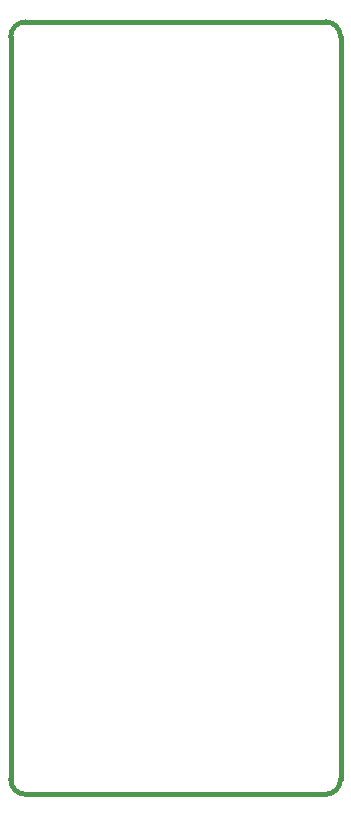
<source format=gbr>
G04 #@! TF.GenerationSoftware,KiCad,Pcbnew,(5.1.2)-2*
G04 #@! TF.CreationDate,2019-08-30T17:03:03-04:00*
G04 #@! TF.ProjectId,Charger SubBoard 0-2,43686172-6765-4722-9053-7562426f6172,rev?*
G04 #@! TF.SameCoordinates,Original*
G04 #@! TF.FileFunction,Profile,NP*
%FSLAX46Y46*%
G04 Gerber Fmt 4.6, Leading zero omitted, Abs format (unit mm)*
G04 Created by KiCad (PCBNEW (5.1.2)-2) date 2019-08-30 17:03:03*
%MOMM*%
%LPD*%
G04 APERTURE LIST*
%ADD10C,0.381000*%
G04 APERTURE END LIST*
D10*
X166370000Y-113030000D02*
G75*
G02X165100000Y-114300000I-1270000J0D01*
G01*
X139700000Y-114300000D02*
G75*
G02X138430000Y-113030000I0J1270000D01*
G01*
X138430000Y-50165000D02*
G75*
G02X139700000Y-48895000I1270000J0D01*
G01*
X165100000Y-48895000D02*
G75*
G02X166370000Y-50165000I0J-1270000D01*
G01*
X138430000Y-113030000D02*
X138430000Y-50165000D01*
X165100000Y-114300000D02*
X139700000Y-114300000D01*
X166370000Y-50165000D02*
X166370000Y-113030000D01*
X139700000Y-48895000D02*
X165100000Y-48895000D01*
M02*

</source>
